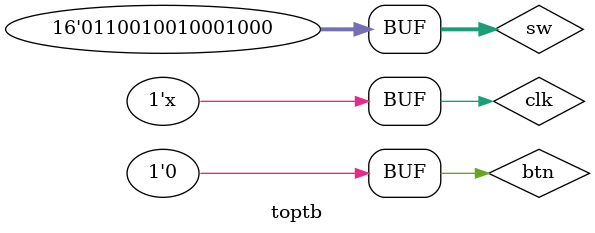
<source format=v>
`timescale 1ns / 1ps


module toptb();
   reg 	       clk = 1'b0;
reg            btn;
reg rst;
// wire [15:0] x,y;
reg [15:0]  sw;
wire [3:0] an;
wire [6:0] seg;

always #5 clk = ~clk;
//cordic CORDIC(iter,x,y,x0,y0,z0,start,clk);
lab8_top TOP(clk,btn,rst,sw,seg,an);
initial begin
   //x0 = 16'b0010011011011101;
   //y0 = 0;
  sw = 16'b0110010010001000; // 90
  // start = 1;
 //  #10 start = 0;
  //  sw = 16'b0011001001000100; // 45
  // start = 1;
 //  #9 start = 0;
  // #2800 z0 = 16'b0010000110000011; // 30
  // start = 1;
 //  #9 start = 0;
 //  #2800 z0 = 16'b1101111001111101; // -30
   btn = 1;
   #20 btn = 0;
end
initial $monitor("seg=%b",seg);
endmodule
</source>
